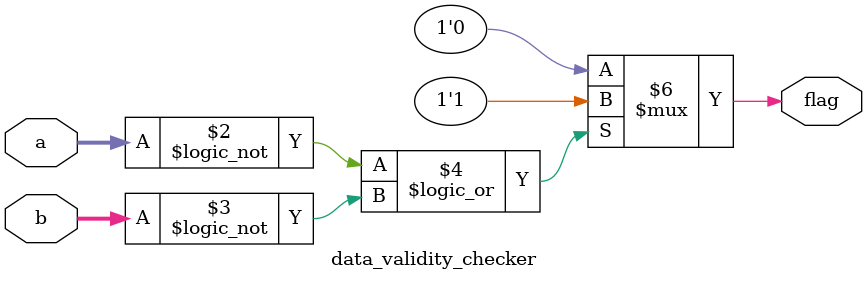
<source format=v>
`timescale 1ns / 1ps

module data_validity_checker (
    input  wire [7:0] a,
    input  wire [7:0] b,
    output reg        flag
);
    always @(*) begin
        if (a == 8'd0 || b == 8'd0)
            flag = 1'b1;
        else
            flag = 1'b0;
    end
endmodule


</source>
